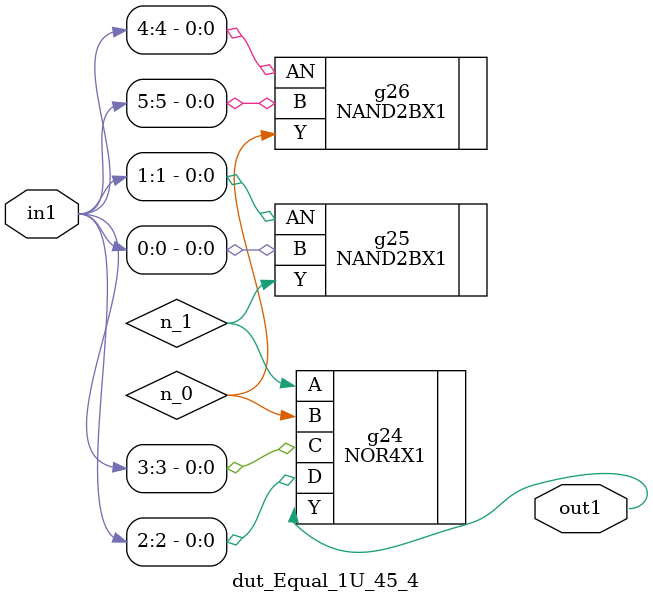
<source format=v>
`timescale 1ps / 1ps


module dut_Equal_1U_45_4(in1, out1);
  input [5:0] in1;
  output out1;
  wire [5:0] in1;
  wire out1;
  wire n_0, n_1;
  NOR4X1 g24(.A (n_1), .B (n_0), .C (in1[3]), .D (in1[2]), .Y (out1));
  NAND2BX1 g25(.AN (in1[1]), .B (in1[0]), .Y (n_1));
  NAND2BX1 g26(.AN (in1[4]), .B (in1[5]), .Y (n_0));
endmodule



</source>
